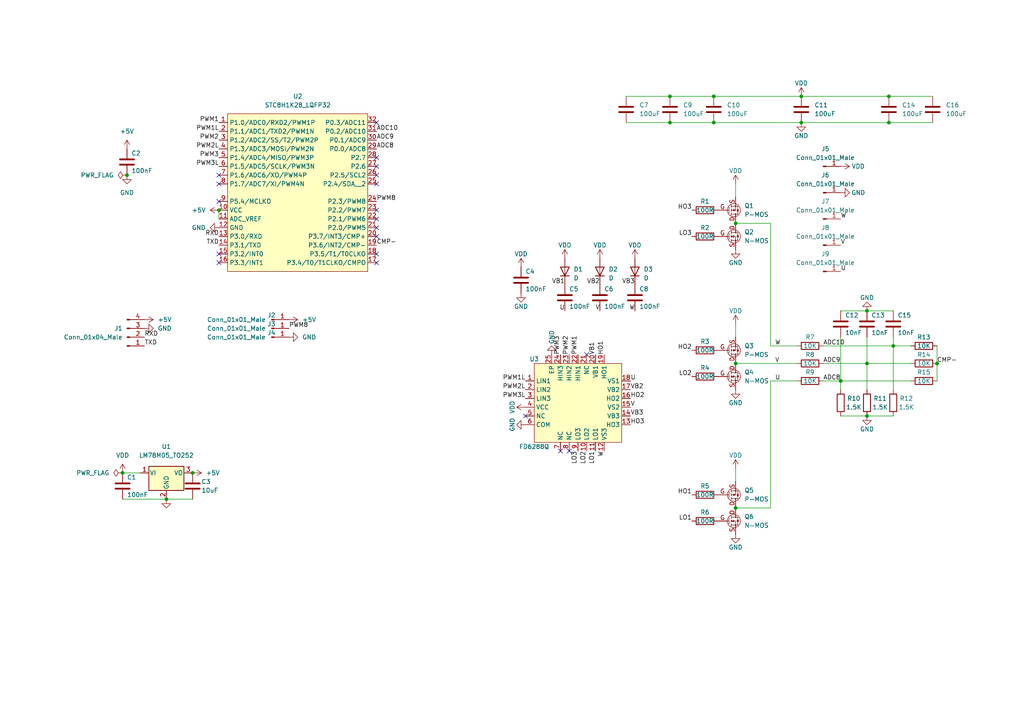
<source format=kicad_sch>
(kicad_sch (version 20230121) (generator eeschema)
  (paper "A4")
  (lib_symbols
    (symbol "ADel:FD6288Q"
      (property "Reference" "U" (at 1.27 -24.13 0))
      (property "Value" "FD6288Q" (at 25.4 -24.13 0))
      (symbol "FD6288Q_0_1"
        (rectangle (start 0 0) (end 25.4 -22.86) (fill (type background)))
      )
      (symbol "FD6288Q_1_1"
        (pin input line (at -2.54 -5.08 0) (length 2.54) (name "LIN1") (number "1"))
        (pin bidirectional line (at 15.24 -25.4 90) (length 2.54) (name "LO2") (number "10"))
        (pin bidirectional line (at 17.78 -25.4 90) (length 2.54) (name "LO1") (number "11"))
        (pin bidirectional line (at 20.32 -25.4 90) (length 2.54) (name "VS3") (number "12"))
        (pin bidirectional line (at 27.94 -17.78 180) (length 2.54) (name "HO3") (number "13"))
        (pin bidirectional line (at 27.94 -15.24 180) (length 2.54) (name "VB3") (number "14"))
        (pin bidirectional line (at 27.94 -12.7 180) (length 2.54) (name "VS2") (number "15"))
        (pin bidirectional line (at 27.94 -10.16 180) (length 2.54) (name "HO2") (number "16"))
        (pin bidirectional line (at 27.94 -7.62 180) (length 2.54) (name "VB2") (number "17"))
        (pin bidirectional line (at 27.94 -5.08 180) (length 2.54) (name "VS1") (number "18"))
        (pin bidirectional line (at 20.32 2.54 270) (length 2.54) (name "HO1") (number "19"))
        (pin input line (at -2.54 -7.62 0) (length 2.54) (name "LIN2") (number "2"))
        (pin bidirectional line (at 17.78 2.54 270) (length 2.54) (name "VB1") (number "20"))
        (pin bidirectional line (at 15.24 2.54 270) (length 2.54) (name "NC") (number "21"))
        (pin input line (at 12.7 2.54 270) (length 2.54) (name "HIN1") (number "22"))
        (pin input line (at 10.16 2.54 270) (length 2.54) (name "HIN2") (number "23"))
        (pin input line (at 7.62 2.54 270) (length 2.54) (name "HIN3") (number "24"))
        (pin power_in line (at 5.08 2.54 270) (length 2.54) (name "EP") (number "25"))
        (pin input line (at -2.54 -10.16 0) (length 2.54) (name "LIN3") (number "3"))
        (pin power_in line (at -2.54 -12.7 0) (length 2.54) (name "VCC") (number "4"))
        (pin bidirectional line (at -2.54 -15.24 0) (length 2.54) (name "NC") (number "5"))
        (pin power_in line (at -2.54 -17.78 0) (length 2.54) (name "COM") (number "6"))
        (pin bidirectional line (at 7.62 -25.4 90) (length 2.54) (name "NC") (number "7"))
        (pin bidirectional line (at 10.16 -25.4 90) (length 2.54) (name "NC") (number "8"))
        (pin bidirectional line (at 12.7 -25.4 90) (length 2.54) (name "LO3") (number "9"))
      )
    )
    (symbol "Connector:Conn_01x01_Male" (pin_names (offset 1.016) hide)
      (property "Reference" "J" (at 0 2.54 0))
      (property "Value" "Conn_01x01_Male" (at 0 -2.54 0))
      (symbol "Conn_01x01_Male_1_1"
        (polyline (pts (xy 1.27 0) (xy 0.8636 0)) (stroke (width 0.1524)))
        (rectangle (start 0.8636 0.127) (end 0 -0.127) (stroke (width 0.1524)) (fill (type outline)))
        (pin passive line (at 5.08 0 180) (length 3.81) (name "Pin_1") (number "1"))
      )
    )
    (symbol "Connector:Conn_01x04_Male" (pin_names (offset 1.016) hide)
      (property "Reference" "J" (at 0 5.08 0))
      (property "Value" "Conn_01x04_Male" (at 0 -7.62 0))
      (symbol "Conn_01x04_Male_1_1"
        (polyline (pts (xy 1.27 -5.08) (xy 0.8636 -5.08)) (stroke (width 0.1524)))
        (polyline (pts (xy 1.27 -2.54) (xy 0.8636 -2.54)) (stroke (width 0.1524)))
        (polyline (pts (xy 1.27 0) (xy 0.8636 0)) (stroke (width 0.1524)))
        (polyline (pts (xy 1.27 2.54) (xy 0.8636 2.54)) (stroke (width 0.1524)))
        (rectangle (start 0.8636 -4.953) (end 0 -5.207) (stroke (width 0.1524)) (fill (type outline)))
        (rectangle (start 0.8636 -2.413) (end 0 -2.667) (stroke (width 0.1524)) (fill (type outline)))
        (rectangle (start 0.8636 0.127) (end 0 -0.127) (stroke (width 0.1524)) (fill (type outline)))
        (rectangle (start 0.8636 2.667) (end 0 2.413) (stroke (width 0.1524)) (fill (type outline)))
        (pin passive line (at 5.08 2.54 180) (length 3.81) (name "Pin_1") (number "1"))
        (pin passive line (at 5.08 0 180) (length 3.81) (name "Pin_2") (number "2"))
        (pin passive line (at 5.08 -2.54 180) (length 3.81) (name "Pin_3") (number "3"))
        (pin passive line (at 5.08 -5.08 180) (length 3.81) (name "Pin_4") (number "4"))
      )
    )
    (symbol "Del_Schlib:N-MOS" (pin_names hide)
      (property "Reference" "Q" (at 3.302 3.175 0))
      (property "Value" "N-MOS" (at 5.588 -2.54 0))
      (symbol "N-MOS_0_1"
        (polyline (pts (xy -1.27 0) (xy -0.635 0)))
        (polyline (pts (xy -0.635 0.889) (xy -0.635 -0.889)))
        (polyline (pts (xy 0 -0.762) (xy 0 -1.524)))
        (polyline (pts (xy 0 0.381) (xy 0 -0.381)))
        (polyline (pts (xy 0 1.524) (xy 0 0.762)))
        (polyline (pts (xy 1.27 -1.143) (xy 0 -1.143)))
        (polyline (pts (xy 1.27 1.143) (xy 0 1.143)))
        (polyline (pts (xy 1.651 0.254) (xy 2.159 0.254)))
        (polyline (pts (xy 1.27 -1.143) (xy 1.27 0) (xy 0 0)))
        (polyline (pts (xy 0 0) (xy 0.762 0.254) (xy 0.762 -0.254) (xy 0 0)))
        (polyline (pts (xy 1.27 -1.143) (xy 1.905 -1.143) (xy 1.905 1.143) (xy 1.27 1.143)))
        (polyline (pts (xy 1.905 0.254) (xy 1.651 -0.127) (xy 2.159 -0.127) (xy 1.905 0.254)))
        (circle (center 0.762 0) (radius 1.905))
        (circle (center 1.27 -1.143) (radius 0.127))
        (circle (center 1.27 1.143) (radius 0.127))
      )
      (symbol "N-MOS_1_1"
        (pin bidirectional line (at 1.27 3.81 270) (length 2.54) (name "D") (number "D"))
        (pin bidirectional line (at -3.81 0 0) (length 2.54) (name "G") (number "G"))
        (pin bidirectional line (at 1.27 -3.81 90) (length 2.54) (name "S") (number "S"))
      )
    )
    (symbol "Del_Schlib:P-MOS" (pin_names hide)
      (property "Reference" "Q" (at 3.302 3.175 0))
      (property "Value" "P-MOS" (at 5.588 -2.54 0))
      (symbol "P-MOS_0_1"
        (polyline (pts (xy -1.27 0) (xy -0.635 0)))
        (polyline (pts (xy -0.635 0.889) (xy -0.635 -0.889)))
        (polyline (pts (xy 0 -0.762) (xy 0 -1.524)))
        (polyline (pts (xy 0 0.381) (xy 0 -0.381)))
        (polyline (pts (xy 0 1.524) (xy 0 0.762)))
        (polyline (pts (xy 1.27 -1.143) (xy 0 -1.143)))
        (polyline (pts (xy 1.27 1.143) (xy 0 1.143)))
        (polyline (pts (xy 1.651 -0.127) (xy 2.159 -0.127)))
        (polyline (pts (xy 1.27 -1.143) (xy 1.27 0) (xy 0 0)))
        (polyline (pts (xy 1.27 -1.143) (xy 1.905 -1.143) (xy 1.905 1.143) (xy 1.27 1.143)))
        (polyline (pts (xy 1.27 0) (xy 0.635 0.254) (xy 0.635 -0.254) (xy 1.27 0)))
        (polyline (pts (xy 1.905 -0.127) (xy 1.651 0.254) (xy 2.159 0.254) (xy 1.905 -0.127)))
        (circle (center 0.762 0) (radius 1.905))
        (circle (center 1.27 -1.143) (radius 0.127))
        (circle (center 1.27 1.143) (radius 0.127))
      )
      (symbol "P-MOS_1_1"
        (pin bidirectional line (at 1.27 3.81 270) (length 2.54) (name "D") (number "D"))
        (pin bidirectional line (at -3.81 0 0) (length 2.54) (name "G") (number "G"))
        (pin bidirectional line (at 1.27 -3.81 90) (length 2.54) (name "S") (number "S"))
      )
    )
    (symbol "Del_Schlib:STC8H1K28_LQFP32"
      (property "Reference" "U" (at 1.27 1.27 0))
      (property "Value" "STC8H1K28_LQFP32" (at 30.48 1.27 0))
      (symbol "STC8H1K28_LQFP32_0_1"
        (rectangle (start 0 0) (end 40.64 -45.72) (fill (type background)))
      )
      (symbol "STC8H1K28_LQFP32_1_1"
        (pin bidirectional line (at -2.54 -2.54 0) (length 2.54) (name "P1.0/ADC0/RXD2/PWM1P") (number "1"))
        (pin power_in line (at -2.54 -27.94 0) (length 2.54) (name "VCC") (number "10"))
        (pin input line (at -2.54 -30.48 0) (length 2.54) (name "ADC_VREF") (number "11"))
        (pin power_in line (at -2.54 -33.02 0) (length 2.54) (name "GND") (number "12"))
        (pin bidirectional line (at -2.54 -35.56 0) (length 2.54) (name "P3.0/RXD") (number "13"))
        (pin bidirectional line (at -2.54 -38.1 0) (length 2.54) (name "P3.1/TXD") (number "14"))
        (pin bidirectional line (at -2.54 -40.64 0) (length 2.54) (name "P3.2/INT0") (number "15"))
        (pin bidirectional line (at -2.54 -43.18 0) (length 2.54) (name "P3.3/INT1") (number "16"))
        (pin bidirectional line (at 43.18 -43.18 180) (length 2.54) (name "P3.4/T0/T1CLKO/CMPO") (number "17"))
        (pin bidirectional line (at 43.18 -40.64 180) (length 2.54) (name "P3.5/T1/T0CLKO") (number "18"))
        (pin bidirectional line (at 43.18 -38.1 180) (length 2.54) (name "P3.6/INT2/CMP-") (number "19"))
        (pin bidirectional line (at -2.54 -5.08 0) (length 2.54) (name "P1.1/ADC1/TXD2/PWM1N") (number "2"))
        (pin bidirectional line (at 43.18 -35.56 180) (length 2.54) (name "P3.7/INT3/CMP+") (number "20"))
        (pin bidirectional line (at 43.18 -33.02 180) (length 2.54) (name "P2.0/PWM5") (number "21"))
        (pin bidirectional line (at 43.18 -30.48 180) (length 2.54) (name "P2.1/PWM6") (number "22"))
        (pin bidirectional line (at 43.18 -27.94 180) (length 2.54) (name "P2.2/PWM7") (number "23"))
        (pin bidirectional line (at 43.18 -25.4 180) (length 2.54) (name "P2.3/PWM8") (number "24"))
        (pin bidirectional line (at 43.18 -20.32 180) (length 2.54) (name "P2.4/SDA__2") (number "25"))
        (pin bidirectional line (at 43.18 -17.78 180) (length 2.54) (name "P2.5/SCL2") (number "26"))
        (pin bidirectional line (at 43.18 -15.24 180) (length 2.54) (name "P2.6") (number "27"))
        (pin bidirectional line (at 43.18 -12.7 180) (length 2.54) (name "P2.7") (number "28"))
        (pin bidirectional line (at 43.18 -10.16 180) (length 2.54) (name "P0.0/ADC8") (number "29"))
        (pin bidirectional line (at -2.54 -7.62 0) (length 2.54) (name "P1.2/ADC2/SS/T2/PWM2P") (number "3"))
        (pin bidirectional line (at 43.18 -7.62 180) (length 2.54) (name "P0.1/ADC9") (number "30"))
        (pin bidirectional line (at 43.18 -5.08 180) (length 2.54) (name "P0.2/ADC10") (number "31"))
        (pin bidirectional line (at 43.18 -2.54 180) (length 2.54) (name "P0.3/ADC11") (number "32"))
        (pin bidirectional line (at -2.54 -10.16 0) (length 2.54) (name "P1.3/ADC3/MOSI/PWM2N") (number "4"))
        (pin bidirectional line (at -2.54 -12.7 0) (length 2.54) (name "P1.4/ADC4/MISO/PWM3P") (number "5"))
        (pin bidirectional line (at -2.54 -15.24 0) (length 2.54) (name "P1.5/ADC5/SCLK/PWM3N") (number "6"))
        (pin bidirectional line (at -2.54 -17.78 0) (length 2.54) (name "P1.6/ADC6/XO/PWM4P") (number "7"))
        (pin bidirectional line (at -2.54 -20.32 0) (length 2.54) (name "P1.7/ADC7/XI/PWM4N") (number "8"))
        (pin bidirectional line (at -2.54 -25.4 0) (length 2.54) (name "P5.4/MCLKO") (number "9"))
      )
    )
    (symbol "Device:C" (pin_numbers hide) (pin_names (offset 0.254))
      (property "Reference" "C" (at 0.635 2.54 0))
      (property "Value" "C" (at 0.635 -2.54 0))
      (symbol "C_0_1"
        (polyline (pts (xy -2.032 -0.762) (xy 2.032 -0.762)) (stroke (width 0.508)))
        (polyline (pts (xy -2.032 0.762) (xy 2.032 0.762)) (stroke (width 0.508)))
      )
      (symbol "C_1_1"
        (pin passive line (at 0 3.81 270) (length 2.794) (name "~") (number "1"))
        (pin passive line (at 0 -3.81 90) (length 2.794) (name "~") (number "2"))
      )
    )
    (symbol "Device:D" (pin_numbers hide) (pin_names (offset 1.016) hide)
      (property "Reference" "D" (at 0 2.54 0))
      (property "Value" "D" (at 0 -2.54 0))
      (symbol "D_0_1"
        (polyline (pts (xy -1.27 1.27) (xy -1.27 -1.27)) (stroke (width 0.254)))
        (polyline (pts (xy 1.27 0) (xy -1.27 0)))
        (polyline (pts (xy 1.27 1.27) (xy 1.27 -1.27) (xy -1.27 0) (xy 1.27 1.27)) (stroke (width 0.254)))
      )
      (symbol "D_1_1"
        (pin passive line (at -3.81 0 0) (length 2.54) (name "K") (number "1"))
        (pin passive line (at 3.81 0 180) (length 2.54) (name "A") (number "2"))
      )
    )
    (symbol "Device:R" (pin_numbers hide) (pin_names (offset 0))
      (property "Reference" "R" (at 2.032 0 90))
      (property "Value" "R" (at 0 0 90))
      (symbol "R_0_1"
        (rectangle (start -1.016 -2.54) (end 1.016 2.54) (stroke (width 0.254)))
      )
      (symbol "R_1_1"
        (pin passive line (at 0 3.81 270) (length 1.27) (name "~") (number "1"))
        (pin passive line (at 0 -3.81 90) (length 1.27) (name "~") (number "2"))
      )
    )
    (symbol "Regulator_Linear:LM78M05_TO252" (pin_names (offset 0.254))
      (property "Reference" "U" (at -3.81 3.175 0))
      (property "Value" "LM78M05_TO252" (at 0 3.175 0))
      (symbol "LM78M05_TO252_0_1"
        (rectangle (start -5.08 1.905) (end 5.08 -5.08) (stroke (width 0.254)) (fill (type background)))
      )
      (symbol "LM78M05_TO252_1_1"
        (pin power_in line (at -7.62 0 0) (length 2.54) (name "VI") (number "1"))
        (pin power_in line (at 0 -7.62 90) (length 2.54) (name "GND") (number "2"))
        (pin power_out line (at 7.62 0 180) (length 2.54) (name "VO") (number "3"))
      )
    )
    (symbol "power:+5V" (power) (pin_names (offset 0))
      (property "Value" "+5V" (at 0 3.556 0))
      (symbol "+5V_0_1"
        (polyline (pts (xy -0.762 1.27) (xy 0 2.54)))
        (polyline (pts (xy 0 0) (xy 0 2.54)))
        (polyline (pts (xy 0 2.54) (xy 0.762 1.27)))
      )
      (symbol "+5V_1_1"
        (pin power_in line (at 0 0 90) (length 0) hide (name "+5V") (number "1"))
      )
    )
    (symbol "power:GND" (power) (pin_names (offset 0))
      (property "Value" "GND" (at 0 -3.81 0))
      (symbol "GND_0_1"
        (polyline (pts (xy 0 0) (xy 0 -1.27) (xy 1.27 -1.27) (xy 0 -2.54) (xy -1.27 -1.27) (xy 0 -1.27)))
      )
      (symbol "GND_1_1"
        (pin power_in line (at 0 0 270) (length 0) hide (name "GND") (number "1"))
      )
    )
    (symbol "power:PWR_FLAG" (power) (pin_numbers hide) (pin_names (offset 0) hide)
      (property "Value" "PWR_FLAG" (at 0 3.81 0))
      (symbol "PWR_FLAG_0_0"
        (pin power_out line (at 0 0 90) (length 0) (name "pwr") (number "1"))
      )
      (symbol "PWR_FLAG_0_1"
        (polyline (pts (xy 0 0) (xy 0 1.27) (xy -1.016 1.905) (xy 0 2.54) (xy 1.016 1.905) (xy 0 1.27)))
      )
    )
    (symbol "power:VDD" (power) (pin_names (offset 0))
      (property "Value" "VDD" (at 0 3.81 0))
      (symbol "VDD_0_1"
        (polyline (pts (xy -0.762 1.27) (xy 0 2.54)))
        (polyline (pts (xy 0 0) (xy 0 2.54)))
        (polyline (pts (xy 0 2.54) (xy 0.762 1.27)))
      )
      (symbol "VDD_1_1"
        (pin power_in line (at 0 0 90) (length 0) hide (name "VDD") (number "1"))
      )
    )
  )
  (junction (at 213.36 105.41))
  (junction (at 213.36 64.77))
  (junction (at 257.81 35.56))
  (junction (at 194.31 27.94))
  (junction (at 207.01 35.56))
  (junction (at 271.78 105.41))
  (junction (at 243.84 110.49))
  (junction (at 207.01 27.94))
  (junction (at 251.46 120.65))
  (junction (at 259.08 100.33))
  (junction (at 35.56 137.16))
  (junction (at 232.41 35.56))
  (junction (at 232.41 27.94))
  (junction (at 55.88 137.16))
  (junction (at 36.83 50.8))
  (junction (at 251.46 105.41))
  (junction (at 213.36 147.32))
  (junction (at 63.5 60.96))
  (junction (at 257.81 27.94))
  (junction (at 251.46 90.17))
  (junction (at 48.26 144.78))
  (junction (at 194.31 35.56))
  (no_connect (at 109.22 73.66))
  (no_connect (at 109.22 63.5))
  (no_connect (at 109.22 45.72))
  (no_connect (at 109.22 68.58))
  (no_connect (at 63.5 50.8))
  (no_connect (at 152.4 120.65))
  (no_connect (at 109.22 48.26))
  (no_connect (at 63.5 53.34))
  (no_connect (at 109.22 50.8))
  (no_connect (at 109.22 53.34))
  (no_connect (at 165.1 130.81))
  (no_connect (at 63.5 58.42))
  (no_connect (at 109.22 76.2))
  (no_connect (at 170.18 102.87))
  (no_connect (at 63.5 73.66))
  (no_connect (at 109.22 60.96))
  (no_connect (at 109.22 66.04))
  (no_connect (at 109.22 35.56))
  (no_connect (at 63.5 76.2))
  (no_connect (at 162.56 130.81))
  (wire (pts (xy 213.36 135.89) (xy 213.36 139.7)))
  (wire (pts (xy 223.52 64.77) (xy 223.52 100.33)))
  (wire (pts (xy 213.36 64.77) (xy 223.52 64.77)))
  (wire (pts (xy 238.76 105.41) (xy 251.46 105.41)))
  (wire (pts (xy 243.84 90.17) (xy 251.46 90.17)))
  (wire (pts (xy 238.76 110.49) (xy 243.84 110.49)))
  (wire (pts (xy 63.5 60.96) (xy 63.5 63.5)))
  (wire (pts (xy 213.36 105.41) (xy 231.14 105.41)))
  (wire (pts (xy 207.01 27.94) (xy 232.41 27.94)))
  (wire (pts (xy 257.81 27.94) (xy 270.51 27.94)))
  (wire (pts (xy 213.36 53.34) (xy 213.36 57.15)))
  (wire (pts (xy 259.08 97.79) (xy 259.08 100.33)))
  (wire (pts (xy 207.01 35.56) (xy 232.41 35.56)))
  (wire (pts (xy 232.41 35.56) (xy 257.81 35.56)))
  (wire (pts (xy 213.36 93.98) (xy 213.36 97.79)))
  (wire (pts (xy 251.46 120.65) (xy 259.08 120.65)))
  (wire (pts (xy 181.61 27.94) (xy 194.31 27.94)))
  (wire (pts (xy 232.41 27.94) (xy 257.81 27.94)))
  (wire (pts (xy 251.46 105.41) (xy 264.16 105.41)))
  (wire (pts (xy 181.61 35.56) (xy 194.31 35.56)))
  (wire (pts (xy 238.76 100.33) (xy 259.08 100.33)))
  (wire (pts (xy 251.46 90.17) (xy 259.08 90.17)))
  (wire (pts (xy 194.31 27.94) (xy 207.01 27.94)))
  (wire (pts (xy 35.56 137.16) (xy 40.64 137.16)))
  (wire (pts (xy 223.52 100.33) (xy 231.14 100.33)))
  (wire (pts (xy 259.08 100.33) (xy 259.08 113.03)))
  (wire (pts (xy 223.52 110.49) (xy 231.14 110.49)))
  (wire (pts (xy 259.08 100.33) (xy 264.16 100.33)))
  (wire (pts (xy 243.84 120.65) (xy 251.46 120.65)))
  (wire (pts (xy 257.81 35.56) (xy 270.51 35.56)))
  (wire (pts (xy 223.52 147.32) (xy 223.52 110.49)))
  (wire (pts (xy 243.84 110.49) (xy 264.16 110.49)))
  (wire (pts (xy 35.56 144.78) (xy 48.26 144.78)))
  (wire (pts (xy 271.78 100.33) (xy 271.78 105.41)))
  (wire (pts (xy 243.84 110.49) (xy 243.84 113.03)))
  (wire (pts (xy 243.84 97.79) (xy 243.84 110.49)))
  (wire (pts (xy 48.26 144.78) (xy 55.88 144.78)))
  (wire (pts (xy 251.46 105.41) (xy 251.46 113.03)))
  (wire (pts (xy 194.31 35.56) (xy 207.01 35.56)))
  (wire (pts (xy 251.46 97.79) (xy 251.46 105.41)))
  (wire (pts (xy 271.78 105.41) (xy 271.78 110.49)))
  (wire (pts (xy 213.36 147.32) (xy 223.52 147.32)))
  (label "PWM3" (at 162.56 102.87 90))
  (label "VB3" (at 184.15 82.55 180))
  (label "ADC8" (at 109.22 43.18 0))
  (label "LO1" (at 172.72 130.81 270))
  (label "VB1" (at 163.83 82.55 180))
  (label "PWM8" (at 83.82 95.25 0))
  (label "ADC10" (at 238.76 100.33 0))
  (label "HO1" (at 200.66 143.51 180))
  (label "PWM1L" (at 152.4 110.49 180))
  (label "W" (at 175.26 130.81 270))
  (label "LO2" (at 170.18 130.81 270))
  (label "U" (at 243.84 78.74 0))
  (label "PWM3" (at 63.5 45.72 180))
  (label "TXD" (at 41.91 100.33 0))
  (label "ADC10" (at 109.22 38.1 0))
  (label "HO2" (at 200.66 101.6 180))
  (label "HO3" (at 200.66 60.96 180))
  (label "PWM3L" (at 63.5 48.26 180))
  (label "PWM1L" (at 63.5 38.1 180))
  (label "VB2" (at 182.88 113.03 0))
  (label "LO3" (at 167.64 130.81 270))
  (label "ADC9" (at 238.76 105.41 0))
  (label "HO1" (at 175.26 102.87 90))
  (label "LO2" (at 200.66 109.22 180))
  (label "LO1" (at 200.66 151.13 180))
  (label "U" (at 224.79 110.49 0))
  (label "V" (at 243.84 71.12 0))
  (label "PWM1" (at 167.64 102.87 90))
  (label "PWM3L" (at 152.4 115.57 180))
  (label "PWM8" (at 109.22 58.42 0))
  (label "LO3" (at 200.66 68.58 180))
  (label "W" (at 224.79 100.33 0))
  (label "PWM2" (at 165.1 102.87 90))
  (label "ADC9" (at 109.22 40.64 0))
  (label "PWM2L" (at 63.5 43.18 180))
  (label "U" (at 182.88 110.49 0))
  (label "CMP-" (at 271.78 105.41 0))
  (label "ADC8" (at 238.76 110.49 0))
  (label "V" (at 224.79 105.41 0))
  (label "PWM1" (at 63.5 35.56 180))
  (label "RXD" (at 63.5 68.58 180))
  (label "RXD" (at 41.91 97.79 0))
  (label "CMP-" (at 109.22 71.12 0))
  (label "VB1" (at 172.72 102.87 90))
  (label "PWM2" (at 63.5 40.64 180))
  (label "W" (at 243.84 63.5 0))
  (label "HO3" (at 182.88 123.19 0))
  (label "TXD" (at 63.5 71.12 180))
  (label "U" (at 163.83 90.17 180))
  (label "VB3" (at 182.88 120.65 0))
  (label "PWM2L" (at 152.4 113.03 180))
  (label "V" (at 173.99 90.17 180))
  (label "VB2" (at 173.99 82.55 180))
  (label "W" (at 184.15 90.17 180))
  (label "V" (at 182.88 118.11 0))
  (label "HO2" (at 182.88 115.57 0))
  (symbol (lib_id "power:+5V") (at 41.91 92.71 270) (unit 1)
    (property "Reference" "#PWR04" (effects hide))
    (property "Value" "+5V" (at 45.72 92.7099 90) (effects (justify left)))
  )
  (symbol (lib_id "power:GND") (at 152.4 123.19 270) (unit 1)
    (property "Reference" "#PWR015" (effects hide))
    (property "Value" "GND" (at 148.59 123.19 0))
  )
  (symbol (lib_id "Device:D") (at 173.99 78.74 90) (unit 1)
    (property "Reference" "D2" (at 176.53 78.105 90) (effects (justify right)))
    (property "Value" "D" (at 176.53 80.645 90) (effects (justify right)))
    (property "Footprint" "Diode_SMD:D_SOD-323_HandSoldering" (effects hide))
  )
  (symbol (lib_id "power:GND") (at 160.02 102.87 180) (unit 1)
    (property "Reference" "#PWR016" (effects hide))
    (property "Value" "GND" (at 160.02 97.79 90))
  )
  (symbol (lib_id "power:GND") (at 151.13 85.09 0) (unit 1)
    (property "Reference" "#PWR013" (effects hide))
    (property "Value" "GND" (at 151.13 88.9 0))
  )
  (symbol (lib_id "Del_Schlib:N-MOS") (at 212.09 151.13 0) (unit 1)
    (property "Reference" "Q6" (at 215.9 149.8599 0) (effects (justify left)))
    (property "Value" "N-MOS" (at 215.9 152.3999 0) (effects (justify left)))
    (property "Footprint" "ADel:DFN_3x3_MOS" (effects hide))
  )
  (symbol (lib_id "Device:R") (at 234.95 105.41 90) (unit 1)
    (property "Reference" "R8" (at 234.95 102.87 90))
    (property "Value" "10K" (at 234.95 105.41 90))
    (property "Footprint" "Resistor_SMD:R_0603_1608Metric_Pad0.98x0.95mm_HandSolder" (effects hide))
  )
  (symbol (lib_id "power:VDD") (at 173.99 74.93 0) (unit 1)
    (property "Reference" "#PWR018" (effects hide))
    (property "Value" "VDD" (at 173.99 71.12 0))
  )
  (symbol (lib_id "Device:R") (at 204.47 68.58 90) (unit 1)
    (property "Reference" "R2" (at 204.47 66.04 90))
    (property "Value" "100R" (at 204.47 68.58 90))
    (property "Footprint" "Resistor_SMD:R_0603_1608Metric_Pad0.98x0.95mm_HandSolder" (effects hide))
  )
  (symbol (lib_id "Device:R") (at 267.97 100.33 90) (unit 1)
    (property "Reference" "R13" (at 267.97 97.79 90))
    (property "Value" "10K" (at 267.97 100.33 90))
    (property "Footprint" "Resistor_SMD:R_0603_1608Metric_Pad0.98x0.95mm_HandSolder" (effects hide))
  )
  (symbol (lib_id "power:GND") (at 63.5 66.04 270) (unit 1)
    (property "Reference" "#PWR09" (effects hide))
    (property "Value" "GND" (at 59.69 66.0399 90) (effects (justify right)))
  )
  (symbol (lib_id "power:VDD") (at 232.41 27.94 0) (unit 1)
    (property "Reference" "#PWR026" (effects hide))
    (property "Value" "VDD" (at 232.41 24.13 0))
  )
  (symbol (lib_id "Device:C") (at 207.01 31.75 0) (unit 1)
    (property "Reference" "C10" (at 210.82 30.4799 0) (effects (justify left)))
    (property "Value" "100uF" (at 210.82 33.0199 0) (effects (justify left)))
    (property "Footprint" "Capacitor_SMD:C_1210_3225Metric" (effects hide))
  )
  (symbol (lib_id "Device:R") (at 204.47 60.96 90) (unit 1)
    (property "Reference" "R1" (at 204.47 58.42 90))
    (property "Value" "100R" (at 204.47 60.96 90))
    (property "Footprint" "Resistor_SMD:R_0603_1608Metric_Pad0.98x0.95mm_HandSolder" (effects hide))
  )
  (symbol (lib_id "power:GND") (at 213.36 154.94 0) (unit 1)
    (property "Reference" "#PWR025" (effects hide))
    (property "Value" "GND" (at 213.36 158.75 0))
  )
  (symbol (lib_id "Connector:Conn_01x01_Male") (at 238.76 63.5 0) (unit 1)
    (property "Reference" "J7" (at 239.395 58.42 0))
    (property "Value" "Conn_01x01_Male" (at 239.395 60.96 0))
    (property "Footprint" "ADel:PAD_RECT" (effects hide))
  )
  (symbol (lib_id "Device:C") (at 184.15 86.36 0) (unit 1)
    (property "Reference" "C8" (at 185.42 83.82 0) (effects (justify left)))
    (property "Value" "100nF" (at 185.42 88.9 0) (effects (justify left)))
    (property "Footprint" "Capacitor_SMD:C_0603_1608Metric_Pad1.08x0.95mm_HandSolder" (effects hide))
  )
  (symbol (lib_id "Device:R") (at 204.47 109.22 90) (unit 1)
    (property "Reference" "R4" (at 204.47 106.68 90))
    (property "Value" "100R" (at 204.47 109.22 90))
    (property "Footprint" "Resistor_SMD:R_0603_1608Metric_Pad0.98x0.95mm_HandSolder" (effects hide))
  )
  (symbol (lib_id "power:PWR_FLAG") (at 36.83 50.8 90) (unit 1)
    (property "Reference" "#FLG02" (effects hide))
    (property "Value" "PWR_FLAG" (at 33.02 50.7999 90) (effects (justify left)))
  )
  (symbol (lib_id "power:GND") (at 213.36 72.39 0) (unit 1)
    (property "Reference" "#PWR021" (effects hide))
    (property "Value" "GND" (at 213.36 76.2 0))
  )
  (symbol (lib_id "Device:R") (at 267.97 105.41 90) (unit 1)
    (property "Reference" "R14" (at 267.97 102.87 90))
    (property "Value" "10K" (at 267.97 105.41 90))
    (property "Footprint" "Resistor_SMD:R_0603_1608Metric_Pad0.98x0.95mm_HandSolder" (effects hide))
  )
  (symbol (lib_id "power:GND") (at 48.26 144.78 0) (unit 1)
    (property "Reference" "#PWR06" (effects hide))
    (property "Value" "GND" (effects hide))
  )
  (symbol (lib_id "Device:R") (at 259.08 116.84 180) (unit 1)
    (property "Reference" "R12" (at 262.89 115.57 0))
    (property "Value" "1.5K" (at 262.89 118.11 0))
    (property "Footprint" "Resistor_SMD:R_0603_1608Metric_Pad0.98x0.95mm_HandSolder" (effects hide))
  )
  (symbol (lib_id "ADel:FD6288Q") (at 154.94 105.41 0) (unit 1)
    (property "Reference" "U3" (at 154.94 104.14 0))
    (property "Value" "FD6288Q" (at 154.94 129.54 0))
    (property "Footprint" "Package_DFN_QFN:QFN-24-1EP_4x4mm_P0.5mm_EP2.6x2.6mm" (effects hide))
  )
  (symbol (lib_id "power:VDD") (at 184.15 74.93 0) (unit 1)
    (property "Reference" "#PWR019" (effects hide))
    (property "Value" "VDD" (at 184.15 71.12 0))
  )
  (symbol (lib_id "Device:D") (at 163.83 78.74 90) (unit 1)
    (property "Reference" "D1" (at 166.37 78.105 90) (effects (justify right)))
    (property "Value" "D" (at 166.37 80.645 90) (effects (justify right)))
    (property "Footprint" "Diode_SMD:D_SOD-323_HandSoldering" (effects hide))
  )
  (symbol (lib_id "Connector:Conn_01x01_Male") (at 78.74 92.71 0) (unit 1)
    (property "Reference" "J2" (at 78.74 91.44 0))
    (property "Value" "Conn_01x01_Male" (at 68.58 92.71 0))
    (property "Footprint" "ADel:PAD_RECT" (effects hide))
  )
  (symbol (lib_id "Device:R") (at 204.47 143.51 90) (unit 1)
    (property "Reference" "R5" (at 204.47 140.97 90))
    (property "Value" "100R" (at 204.47 143.51 90))
    (property "Footprint" "Resistor_SMD:R_0603_1608Metric_Pad0.98x0.95mm_HandSolder" (effects hide))
  )
  (symbol (lib_id "power:GND") (at 232.41 35.56 0) (unit 1)
    (property "Reference" "#PWR027" (effects hide))
    (property "Value" "GND" (at 232.41 39.37 0))
  )
  (symbol (lib_id "power:GND") (at 243.84 55.88 90) (unit 1)
    (property "Reference" "#PWR029" (effects hide))
    (property "Value" "GND" (at 248.92 55.88 90))
  )
  (symbol (lib_id "Device:C") (at 243.84 93.98 0) (unit 1)
    (property "Reference" "C12" (at 245.11 91.44 0) (effects (justify left)))
    (property "Value" "10nF" (at 245.11 96.52 0) (effects (justify left)))
    (property "Footprint" "Capacitor_SMD:C_0603_1608Metric_Pad1.08x0.95mm_HandSolder" (effects hide))
  )
  (symbol (lib_id "power:GND") (at 83.82 97.79 90) (unit 1)
    (property "Reference" "#PWR011" (effects hide))
    (property "Value" "GND" (at 87.63 97.7899 90) (effects (justify right)))
  )
  (symbol (lib_id "power:VDD") (at 151.13 77.47 0) (unit 1)
    (property "Reference" "#PWR012" (effects hide))
    (property "Value" "VDD" (at 151.13 73.66 0))
  )
  (symbol (lib_id "Connector:Conn_01x01_Male") (at 238.76 55.88 0) (unit 1)
    (property "Reference" "J6" (at 239.395 50.8 0))
    (property "Value" "Conn_01x01_Male" (at 239.395 53.34 0))
    (property "Footprint" "ADel:PAD_RECT" (effects hide))
  )
  (symbol (lib_id "power:VDD") (at 152.4 118.11 90) (unit 1)
    (property "Reference" "#PWR014" (effects hide))
    (property "Value" "VDD" (at 148.59 118.11 0))
  )
  (symbol (lib_id "Del_Schlib:P-MOS") (at 212.09 101.6 0) (mirror x) (unit 1)
    (property "Reference" "Q3" (at 215.9 100.3299 0) (effects (justify left)))
    (property "Value" "P-MOS" (at 215.9 102.8699 0) (effects (justify left)))
    (property "Footprint" "ADel:DFN_3x3_MOS" (effects hide))
  )
  (symbol (lib_id "Device:C") (at 251.46 93.98 0) (unit 1)
    (property "Reference" "C13" (at 252.73 91.44 0) (effects (justify left)))
    (property "Value" "10nF" (at 252.73 96.52 0) (effects (justify left)))
    (property "Footprint" "Capacitor_SMD:C_0603_1608Metric_Pad1.08x0.95mm_HandSolder" (effects hide))
  )
  (symbol (lib_id "Device:C") (at 257.81 31.75 0) (unit 1)
    (property "Reference" "C14" (at 261.62 30.4799 0) (effects (justify left)))
    (property "Value" "100uF" (at 261.62 33.0199 0) (effects (justify left)))
    (property "Footprint" "Capacitor_SMD:C_1210_3225Metric" (effects hide))
  )
  (symbol (lib_id "power:+5V") (at 63.5 60.96 90) (unit 1)
    (property "Reference" "#PWR08" (effects hide))
    (property "Value" "+5V" (at 59.69 60.9599 90) (effects (justify left)))
  )
  (symbol (lib_id "power:GND") (at 41.91 95.25 90) (unit 1)
    (property "Reference" "#PWR05" (effects hide))
    (property "Value" "GND" (at 45.72 95.2499 90) (effects (justify right)))
  )
  (symbol (lib_id "power:VDD") (at 213.36 93.98 0) (unit 1)
    (property "Reference" "#PWR022" (effects hide))
    (property "Value" "VDD" (at 213.36 90.17 0))
  )
  (symbol (lib_id "power:+5V") (at 36.83 43.18 0) (unit 1)
    (property "Reference" "#PWR02" (effects hide))
    (property "Value" "+5V" (at 36.83 38.1 0))
  )
  (symbol (lib_id "Connector:Conn_01x01_Male") (at 78.74 95.25 0) (unit 1)
    (property "Reference" "J3" (at 78.74 93.98 0))
    (property "Value" "Conn_01x01_Male" (at 68.58 95.25 0))
    (property "Footprint" "ADel:PAD_RECT" (effects hide))
  )
  (symbol (lib_id "Device:R") (at 234.95 100.33 90) (unit 1)
    (property "Reference" "R7" (at 234.95 97.79 90))
    (property "Value" "10K" (at 234.95 100.33 90))
    (property "Footprint" "Resistor_SMD:R_0603_1608Metric_Pad0.98x0.95mm_HandSolder" (effects hide))
  )
  (symbol (lib_id "Device:C") (at 151.13 81.28 0) (unit 1)
    (property "Reference" "C4" (at 152.4 78.74 0) (effects (justify left)))
    (property "Value" "100nF" (at 152.4 83.82 0) (effects (justify left)))
    (property "Footprint" "Capacitor_SMD:C_0603_1608Metric_Pad1.08x0.95mm_HandSolder" (effects hide))
  )
  (symbol (lib_id "power:GND") (at 251.46 120.65 0) (unit 1)
    (property "Reference" "#PWR031" (effects hide))
    (property "Value" "GND" (at 251.46 124.46 0))
  )
  (symbol (lib_id "Del_Schlib:N-MOS") (at 212.09 68.58 0) (unit 1)
    (property "Reference" "Q2" (at 215.9 67.3099 0) (effects (justify left)))
    (property "Value" "N-MOS" (at 215.9 69.8499 0) (effects (justify left)))
    (property "Footprint" "ADel:DFN_3x3_MOS" (effects hide))
  )
  (symbol (lib_id "Device:C") (at 173.99 86.36 0) (unit 1)
    (property "Reference" "C6" (at 175.26 83.82 0) (effects (justify left)))
    (property "Value" "100nF" (at 175.26 88.9 0) (effects (justify left)))
    (property "Footprint" "Capacitor_SMD:C_0603_1608Metric_Pad1.08x0.95mm_HandSolder" (effects hide))
  )
  (symbol (lib_id "power:VDD") (at 213.36 135.89 0) (unit 1)
    (property "Reference" "#PWR024" (effects hide))
    (property "Value" "VDD" (at 213.36 132.08 0))
  )
  (symbol (lib_id "Connector:Conn_01x01_Male") (at 238.76 48.26 0) (unit 1)
    (property "Reference" "J5" (at 239.395 43.18 0))
    (property "Value" "Conn_01x01_Male" (at 239.395 45.72 0))
    (property "Footprint" "ADel:PAD_RECT" (effects hide))
  )
  (symbol (lib_id "Connector:Conn_01x01_Male") (at 238.76 71.12 0) (unit 1)
    (property "Reference" "J8" (at 239.395 66.04 0))
    (property "Value" "Conn_01x01_Male" (at 239.395 68.58 0))
    (property "Footprint" "ADel:PAD_RECT" (effects hide))
  )
  (symbol (lib_id "power:+5V") (at 55.88 137.16 270) (unit 1)
    (property "Reference" "#PWR07" (effects hide))
    (property "Value" "+5V" (at 59.69 137.1599 90) (effects (justify left)))
  )
  (symbol (lib_id "power:GND") (at 36.83 50.8 0) (unit 1)
    (property "Reference" "#PWR03" (effects hide))
    (property "Value" "GND" (at 36.83 55.88 0))
  )
  (symbol (lib_id "power:GND") (at 251.46 90.17 180) (unit 1)
    (property "Reference" "#PWR030" (effects hide))
    (property "Value" "GND" (at 251.46 86.36 0))
  )
  (symbol (lib_id "Del_Schlib:P-MOS") (at 212.09 60.96 0) (mirror x) (unit 1)
    (property "Reference" "Q1" (at 215.9 59.6899 0) (effects (justify left)))
    (property "Value" "P-MOS" (at 215.9 62.2299 0) (effects (justify left)))
    (property "Footprint" "ADel:DFN_3x3_MOS" (effects hide))
  )
  (symbol (lib_id "Device:R") (at 204.47 101.6 90) (unit 1)
    (property "Reference" "R3" (at 204.47 99.06 90))
    (property "Value" "100R" (at 204.47 101.6 90))
    (property "Footprint" "Resistor_SMD:R_0603_1608Metric_Pad0.98x0.95mm_HandSolder" (effects hide))
  )
  (symbol (lib_id "Device:R") (at 204.47 151.13 90) (unit 1)
    (property "Reference" "R6" (at 204.47 148.59 90))
    (property "Value" "100R" (at 204.47 151.13 90))
    (property "Footprint" "Resistor_SMD:R_0603_1608Metric_Pad0.98x0.95mm_HandSolder" (effects hide))
  )
  (symbol (lib_id "Device:C") (at 163.83 86.36 0) (unit 1)
    (property "Reference" "C5" (at 165.1 83.82 0) (effects (justify left)))
    (property "Value" "100nF" (at 165.1 88.9 0) (effects (justify left)))
    (property "Footprint" "Capacitor_SMD:C_0603_1608Metric_Pad1.08x0.95mm_HandSolder" (effects hide))
  )
  (symbol (lib_id "power:VDD") (at 163.83 74.93 0) (unit 1)
    (property "Reference" "#PWR017" (effects hide))
    (property "Value" "VDD" (at 163.83 71.12 0))
  )
  (symbol (lib_id "Device:R") (at 267.97 110.49 90) (unit 1)
    (property "Reference" "R15" (at 267.97 107.95 90))
    (property "Value" "10K" (at 267.97 110.49 90))
    (property "Footprint" "Resistor_SMD:R_0603_1608Metric_Pad0.98x0.95mm_HandSolder" (effects hide))
  )
  (symbol (lib_id "Device:R") (at 251.46 116.84 180) (unit 1)
    (property "Reference" "R11" (at 255.27 115.57 0))
    (property "Value" "1.5K" (at 255.27 118.11 0))
    (property "Footprint" "Resistor_SMD:R_0603_1608Metric_Pad0.98x0.95mm_HandSolder" (effects hide))
  )
  (symbol (lib_id "Connector:Conn_01x01_Male") (at 78.74 97.79 0) (unit 1)
    (property "Reference" "J4" (at 78.74 96.52 0))
    (property "Value" "Conn_01x01_Male" (at 68.58 97.79 0))
    (property "Footprint" "ADel:PAD_RECT" (effects hide))
  )
  (symbol (lib_id "power:GND") (at 213.36 113.03 0) (unit 1)
    (property "Reference" "#PWR023" (effects hide))
    (property "Value" "GND" (at 213.36 116.84 0))
  )
  (symbol (lib_id "power:PWR_FLAG") (at 35.56 137.16 90) (unit 1)
    (property "Reference" "#FLG01" (effects hide))
    (property "Value" "PWR_FLAG" (at 31.75 137.1599 90) (effects (justify left)))
  )
  (symbol (lib_id "Del_Schlib:P-MOS") (at 212.09 143.51 0) (mirror x) (unit 1)
    (property "Reference" "Q5" (at 215.9 142.2399 0) (effects (justify left)))
    (property "Value" "P-MOS" (at 215.9 144.7799 0) (effects (justify left)))
    (property "Footprint" "ADel:DFN_3x3_MOS" (effects hide))
  )
  (symbol (lib_id "Device:C") (at 55.88 140.97 0) (unit 1)
    (property "Reference" "C3" (at 58.42 139.7 0) (effects (justify left)))
    (property "Value" "10uF" (at 58.42 142.24 0) (effects (justify left)))
    (property "Footprint" "Capacitor_SMD:C_0603_1608Metric_Pad1.08x0.95mm_HandSolder" (effects hide))
  )
  (symbol (lib_id "Connector:Conn_01x01_Male") (at 238.76 78.74 0) (unit 1)
    (property "Reference" "J9" (at 239.395 73.66 0))
    (property "Value" "Conn_01x01_Male" (at 239.395 76.2 0))
    (property "Footprint" "ADel:PAD_RECT" (effects hide))
  )
  (symbol (lib_id "Device:R") (at 243.84 116.84 180) (unit 1)
    (property "Reference" "R10" (at 247.65 115.57 0))
    (property "Value" "1.5K" (at 247.65 118.11 0))
    (property "Footprint" "Resistor_SMD:R_0603_1608Metric_Pad0.98x0.95mm_HandSolder" (effects hide))
  )
  (symbol (lib_id "Del_Schlib:N-MOS") (at 212.09 109.22 0) (unit 1)
    (property "Reference" "Q4" (at 215.9 107.9499 0) (effects (justify left)))
    (property "Value" "N-MOS" (at 215.9 110.4899 0) (effects (justify left)))
    (property "Footprint" "ADel:DFN_3x3_MOS" (effects hide))
  )
  (symbol (lib_id "Device:D") (at 184.15 78.74 90) (unit 1)
    (property "Reference" "D3" (at 186.69 78.105 90) (effects (justify right)))
    (property "Value" "D" (at 186.69 80.645 90) (effects (justify right)))
    (property "Footprint" "Diode_SMD:D_SOD-323_HandSoldering" (effects hide))
  )
  (symbol (lib_id "Device:C") (at 35.56 140.97 0) (unit 1)
    (property "Reference" "C1" (at 36.83 138.43 0) (effects (justify left)))
    (property "Value" "100nF" (at 36.83 143.51 0) (effects (justify left)))
    (property "Footprint" "Capacitor_SMD:C_0603_1608Metric_Pad1.08x0.95mm_HandSolder" (effects hide))
  )
  (symbol (lib_id "power:VDD") (at 35.56 137.16 0) (unit 1)
    (property "Reference" "#PWR01" (effects hide))
    (property "Value" "VDD" (at 35.56 132.08 0))
  )
  (symbol (lib_id "Device:C") (at 259.08 93.98 0) (unit 1)
    (property "Reference" "C15" (at 260.35 91.44 0) (effects (justify left)))
    (property "Value" "10nF" (at 260.35 96.52 0) (effects (justify left)))
    (property "Footprint" "Capacitor_SMD:C_0603_1608Metric_Pad1.08x0.95mm_HandSolder" (effects hide))
  )
  (symbol (lib_id "Regulator_Linear:LM78M05_TO252") (at 48.26 137.16 0) (unit 1)
    (property "Reference" "U1" (at 48.26 129.54 0))
    (property "Value" "LM78M05_TO252" (at 48.26 132.08 0))
    (property "Footprint" "Package_TO_SOT_SMD:SOT-89-3" (effects hide))
    (property "Datasheet" "https://www.onsemi.com/pub/Collateral/MC78M00-D.PDF" (effects hide))
  )
  (symbol (lib_id "power:+5V") (at 83.82 92.71 270) (unit 1)
    (property "Reference" "#PWR010" (effects hide))
    (property "Value" "+5V" (at 87.63 92.7099 90) (effects (justify left)))
  )
  (symbol (lib_id "power:VDD") (at 243.84 48.26 270) (unit 1)
    (property "Reference" "#PWR028" (effects hide))
    (property "Value" "VDD" (at 248.92 48.26 90))
  )
  (symbol (lib_id "Device:C") (at 194.31 31.75 0) (unit 1)
    (property "Reference" "C9" (at 198.12 30.4799 0) (effects (justify left)))
    (property "Value" "100uF" (at 198.12 33.0199 0) (effects (justify left)))
    (property "Footprint" "Capacitor_SMD:C_1210_3225Metric" (effects hide))
  )
  (symbol (lib_id "Device:C") (at 270.51 31.75 0) (unit 1)
    (property "Reference" "C16" (at 274.32 30.4799 0) (effects (justify left)))
    (property "Value" "100uF" (at 274.32 33.0199 0) (effects (justify left)))
    (property "Footprint" "Capacitor_SMD:C_1210_3225Metric" (effects hide))
  )
  (symbol (lib_id "Del_Schlib:STC8H1K28_LQFP32") (at 66.04 33.02 0) (unit 1)
    (property "Reference" "U2" (at 86.36 27.94 0))
    (property "Value" "STC8H1K28_LQFP32" (at 86.36 30.48 0))
    (property "Footprint" "Package_DFN_QFN:QFN-32-1EP_4x4mm_P0.4mm_EP2.65x2.65mm" (effects hide))
  )
  (symbol (lib_id "Device:C") (at 181.61 31.75 0) (unit 1)
    (property "Reference" "C7" (at 185.42 30.4799 0) (effects (justify left)))
    (property "Value" "100uF" (at 185.42 33.0199 0) (effects (justify left)))
    (property "Footprint" "Capacitor_SMD:C_1210_3225Metric" (effects hide))
  )
  (symbol (lib_id "Connector:Conn_01x04_Male") (at 36.83 97.79 0) (mirror x) (unit 1)
    (property "Reference" "J1" (at 35.56 95.2499 0) (effects (justify right)))
    (property "Value" "Conn_01x04_Male" (at 35.56 97.7899 0) (effects (justify right)))
    (property "Footprint" "ADel:SH1.0mm_4P_WT" (effects hide))
  )
  (symbol (lib_id "Device:R") (at 234.95 110.49 90) (unit 1)
    (property "Reference" "R9" (at 234.95 107.95 90))
    (property "Value" "10K" (at 234.95 110.49 90))
    (property "Footprint" "Resistor_SMD:R_0603_1608Metric_Pad0.98x0.95mm_HandSolder" (effects hide))
  )
  (symbol (lib_id "power:VDD") (at 213.36 53.34 0) (unit 1)
    (property "Reference" "#PWR020" (effects hide))
    (property "Value" "VDD" (at 213.36 49.53 0))
  )
  (symbol (lib_id "Device:C") (at 36.83 46.99 0) (unit 1)
    (property "Reference" "C2" (at 38.1 44.45 0) (effects (justify left)))
    (property "Value" "100nF" (at 38.1 49.53 0) (effects (justify left)))
    (property "Footprint" "Capacitor_SMD:C_0603_1608Metric_Pad1.08x0.95mm_HandSolder" (effects hide))
  )
  (symbol (lib_id "Device:C") (at 232.41 31.75 0) (unit 1)
    (property "Reference" "C11" (at 236.22 30.4799 0) (effects (justify left)))
    (property "Value" "100uF" (at 236.22 33.0199 0) (effects (justify left)))
    (property "Footprint" "Capacitor_SMD:C_1210_3225Metric" (effects hide))
  )
)
</source>
